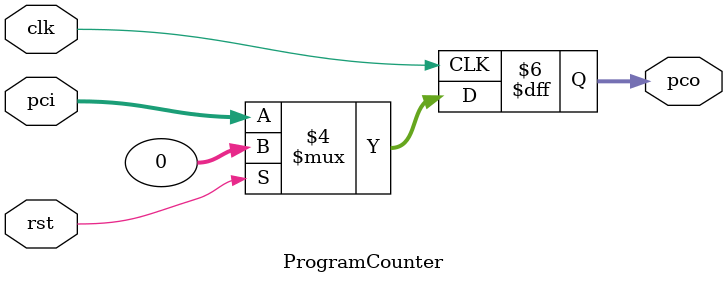
<source format=v>
module ProgramCounter(clk,pci, pco, rst);

input [31:0] pci;
input rst, clk;

output reg [31:0] pco;

always @(posedge clk)
begin
if (rst == 1)
	pco <= 32'b0;
else
	pco <= pci;
end

endmodule
</source>
